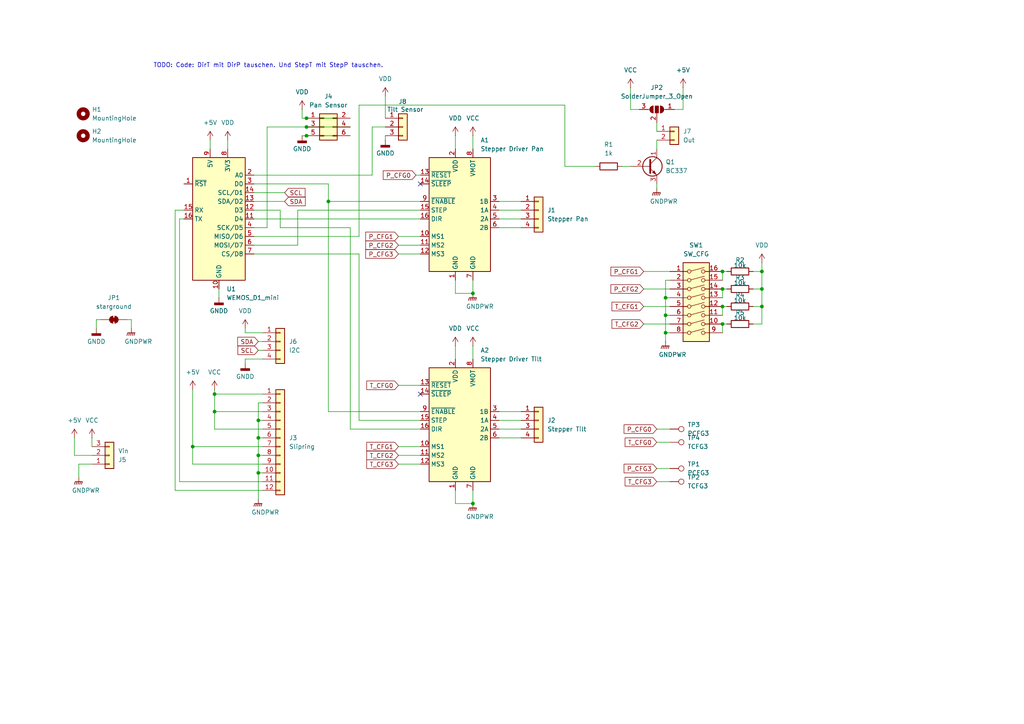
<source format=kicad_sch>
(kicad_sch (version 20231120) (generator "eeschema") (generator_version "8.0")
  (paper "A4")
  (lib_symbols
    (symbol "Connector:TestPoint" (pin_numbers hide) (pin_names (offset 0.762) hide)
      (property "Reference" "TP" (at 0 6.858 0))
      (property "Value" "TestPoint" (at 0 5.08 0))
      (symbol "TestPoint_0_1"
        (circle (center 0 3.302) (radius 0.762))
      )
      (symbol "TestPoint_1_1"
        (pin passive line (at 0 0 90) (length 2.54) (name "1") (number "1"))
      )
    )
    (symbol "Connector_Generic:Conn_01x02" (pin_names (offset 1.016) hide)
      (property "Reference" "J" (at 0 2.54 0))
      (property "Value" "Conn_01x02" (at 0 -5.08 0))
      (symbol "Conn_01x02_1_1"
        (rectangle (start -1.27 -2.413) (end 0 -2.667) (stroke (width 0.1524)))
        (rectangle (start -1.27 0.127) (end 0 -0.127) (stroke (width 0.1524)))
        (rectangle (start -1.27 1.27) (end 1.27 -3.81) (stroke (width 0.254)) (fill (type background)))
        (pin passive line (at -5.08 0 0) (length 3.81) (name "Pin_1") (number "1"))
        (pin passive line (at -5.08 -2.54 0) (length 3.81) (name "Pin_2") (number "2"))
      )
    )
    (symbol "Connector_Generic:Conn_01x03" (pin_names (offset 1.016) hide)
      (property "Reference" "J" (at 0 5.08 0))
      (property "Value" "Conn_01x03" (at 0 -5.08 0))
      (symbol "Conn_01x03_1_1"
        (rectangle (start -1.27 -2.413) (end 0 -2.667) (stroke (width 0.1524)))
        (rectangle (start -1.27 0.127) (end 0 -0.127) (stroke (width 0.1524)))
        (rectangle (start -1.27 2.667) (end 0 2.413) (stroke (width 0.1524)))
        (rectangle (start -1.27 3.81) (end 1.27 -3.81) (stroke (width 0.254)) (fill (type background)))
        (pin passive line (at -5.08 2.54 0) (length 3.81) (name "Pin_1") (number "1"))
        (pin passive line (at -5.08 0 0) (length 3.81) (name "Pin_2") (number "2"))
        (pin passive line (at -5.08 -2.54 0) (length 3.81) (name "Pin_3") (number "3"))
      )
    )
    (symbol "Connector_Generic:Conn_01x04" (pin_names (offset 1.016) hide)
      (property "Reference" "J" (at 0 5.08 0))
      (property "Value" "Conn_01x04" (at 0 -7.62 0))
      (symbol "Conn_01x04_1_1"
        (rectangle (start -1.27 -4.953) (end 0 -5.207) (stroke (width 0.1524)))
        (rectangle (start -1.27 -2.413) (end 0 -2.667) (stroke (width 0.1524)))
        (rectangle (start -1.27 0.127) (end 0 -0.127) (stroke (width 0.1524)))
        (rectangle (start -1.27 2.667) (end 0 2.413) (stroke (width 0.1524)))
        (rectangle (start -1.27 3.81) (end 1.27 -6.35) (stroke (width 0.254)) (fill (type background)))
        (pin passive line (at -5.08 2.54 0) (length 3.81) (name "Pin_1") (number "1"))
        (pin passive line (at -5.08 0 0) (length 3.81) (name "Pin_2") (number "2"))
        (pin passive line (at -5.08 -2.54 0) (length 3.81) (name "Pin_3") (number "3"))
        (pin passive line (at -5.08 -5.08 0) (length 3.81) (name "Pin_4") (number "4"))
      )
    )
    (symbol "Connector_Generic:Conn_01x12" (pin_names (offset 1.016) hide)
      (property "Reference" "J" (at 0 15.24 0))
      (property "Value" "Conn_01x12" (at 0 -17.78 0))
      (symbol "Conn_01x12_1_1"
        (rectangle (start -1.27 -15.113) (end 0 -15.367) (stroke (width 0.1524)))
        (rectangle (start -1.27 -12.573) (end 0 -12.827) (stroke (width 0.1524)))
        (rectangle (start -1.27 -10.033) (end 0 -10.287) (stroke (width 0.1524)))
        (rectangle (start -1.27 -7.493) (end 0 -7.747) (stroke (width 0.1524)))
        (rectangle (start -1.27 -4.953) (end 0 -5.207) (stroke (width 0.1524)))
        (rectangle (start -1.27 -2.413) (end 0 -2.667) (stroke (width 0.1524)))
        (rectangle (start -1.27 0.127) (end 0 -0.127) (stroke (width 0.1524)))
        (rectangle (start -1.27 2.667) (end 0 2.413) (stroke (width 0.1524)))
        (rectangle (start -1.27 5.207) (end 0 4.953) (stroke (width 0.1524)))
        (rectangle (start -1.27 7.747) (end 0 7.493) (stroke (width 0.1524)))
        (rectangle (start -1.27 10.287) (end 0 10.033) (stroke (width 0.1524)))
        (rectangle (start -1.27 12.827) (end 0 12.573) (stroke (width 0.1524)))
        (rectangle (start -1.27 13.97) (end 1.27 -16.51) (stroke (width 0.254)) (fill (type background)))
        (pin passive line (at -5.08 12.7 0) (length 3.81) (name "Pin_1") (number "1"))
        (pin passive line (at -5.08 -10.16 0) (length 3.81) (name "Pin_10") (number "10"))
        (pin passive line (at -5.08 -12.7 0) (length 3.81) (name "Pin_11") (number "11"))
        (pin passive line (at -5.08 -15.24 0) (length 3.81) (name "Pin_12") (number "12"))
        (pin passive line (at -5.08 10.16 0) (length 3.81) (name "Pin_2") (number "2"))
        (pin passive line (at -5.08 7.62 0) (length 3.81) (name "Pin_3") (number "3"))
        (pin passive line (at -5.08 5.08 0) (length 3.81) (name "Pin_4") (number "4"))
        (pin passive line (at -5.08 2.54 0) (length 3.81) (name "Pin_5") (number "5"))
        (pin passive line (at -5.08 0 0) (length 3.81) (name "Pin_6") (number "6"))
        (pin passive line (at -5.08 -2.54 0) (length 3.81) (name "Pin_7") (number "7"))
        (pin passive line (at -5.08 -5.08 0) (length 3.81) (name "Pin_8") (number "8"))
        (pin passive line (at -5.08 -7.62 0) (length 3.81) (name "Pin_9") (number "9"))
      )
    )
    (symbol "Connector_Generic:Conn_02x03_Odd_Even" (pin_names (offset 1.016) hide)
      (property "Reference" "J" (at 1.27 5.08 0))
      (property "Value" "Conn_02x03_Odd_Even" (at 1.27 -5.08 0))
      (symbol "Conn_02x03_Odd_Even_1_1"
        (rectangle (start -1.27 -2.413) (end 0 -2.667) (stroke (width 0.1524)))
        (rectangle (start -1.27 0.127) (end 0 -0.127) (stroke (width 0.1524)))
        (rectangle (start -1.27 2.667) (end 0 2.413) (stroke (width 0.1524)))
        (rectangle (start -1.27 3.81) (end 3.81 -3.81) (stroke (width 0.254)) (fill (type background)))
        (rectangle (start 3.81 -2.413) (end 2.54 -2.667) (stroke (width 0.1524)))
        (rectangle (start 3.81 0.127) (end 2.54 -0.127) (stroke (width 0.1524)))
        (rectangle (start 3.81 2.667) (end 2.54 2.413) (stroke (width 0.1524)))
        (pin passive line (at -5.08 2.54 0) (length 3.81) (name "Pin_1") (number "1"))
        (pin passive line (at 7.62 2.54 180) (length 3.81) (name "Pin_2") (number "2"))
        (pin passive line (at -5.08 0 0) (length 3.81) (name "Pin_3") (number "3"))
        (pin passive line (at 7.62 0 180) (length 3.81) (name "Pin_4") (number "4"))
        (pin passive line (at -5.08 -2.54 0) (length 3.81) (name "Pin_5") (number "5"))
        (pin passive line (at 7.62 -2.54 180) (length 3.81) (name "Pin_6") (number "6"))
      )
    )
    (symbol "Device:R" (pin_numbers hide) (pin_names (offset 0))
      (property "Reference" "R" (at 2.032 0 90))
      (property "Value" "R" (at 0 0 90))
      (symbol "R_0_1"
        (rectangle (start -1.016 -2.54) (end 1.016 2.54) (stroke (width 0.254)))
      )
      (symbol "R_1_1"
        (pin passive line (at 0 3.81 270) (length 1.27) (name "~") (number "1"))
        (pin passive line (at 0 -3.81 90) (length 1.27) (name "~") (number "2"))
      )
    )
    (symbol "Driver_Motor:Pololu_Breakout_A4988"
      (property "Reference" "A" (at -2.54 19.05 0))
      (property "Value" "Pololu_Breakout_A4988" (at -2.54 16.51 0))
      (symbol "Pololu_Breakout_A4988_0_1"
        (rectangle (start 10.16 -17.78) (end -7.62 15.24) (stroke (width 0.254)) (fill (type background)))
      )
      (symbol "Pololu_Breakout_A4988_1_1"
        (pin power_in line (at 0 -20.32 90) (length 2.54) (name "GND") (number "1"))
        (pin input line (at -10.16 -7.62 0) (length 2.54) (name "MS1") (number "10"))
        (pin input line (at -10.16 -10.16 0) (length 2.54) (name "MS2") (number "11"))
        (pin input line (at -10.16 -12.7 0) (length 2.54) (name "MS3") (number "12"))
        (pin input line (at -10.16 10.16 0) (length 2.54) (name "~{RESET}") (number "13"))
        (pin input line (at -10.16 7.62 0) (length 2.54) (name "~{SLEEP}") (number "14"))
        (pin input line (at -10.16 0 0) (length 2.54) (name "STEP") (number "15"))
        (pin input line (at -10.16 -2.54 0) (length 2.54) (name "DIR") (number "16"))
        (pin power_in line (at 0 17.78 270) (length 2.54) (name "VDD") (number "2"))
        (pin output line (at 12.7 2.54 180) (length 2.54) (name "1B") (number "3"))
        (pin output line (at 12.7 0 180) (length 2.54) (name "1A") (number "4"))
        (pin output line (at 12.7 -2.54 180) (length 2.54) (name "2A") (number "5"))
        (pin output line (at 12.7 -5.08 180) (length 2.54) (name "2B") (number "6"))
        (pin power_in line (at 5.08 -20.32 90) (length 2.54) (name "GND") (number "7"))
        (pin power_in line (at 5.08 17.78 270) (length 2.54) (name "VMOT") (number "8"))
        (pin input line (at -10.16 2.54 0) (length 2.54) (name "~{ENABLE}") (number "9"))
      )
    )
    (symbol "Jumper:SolderJumper_2_Bridged" (pin_numbers hide) (pin_names (offset 0) hide) (exclude_from_sim yes) (in_bom no)
      (property "Reference" "JP" (at 0 2.032 0))
      (property "Value" "SolderJumper_2_Bridged" (at 0 -2.54 0))
      (symbol "SolderJumper_2_Bridged_0_1"
        (rectangle (start -0.508 0.508) (end 0.508 -0.508) (fill (type outline)))
        (arc (start -0.254 1.016) (mid -1.2656 0) (end -0.254 -1.016))
        (arc (start -0.254 1.016) (mid -1.2656 0) (end -0.254 -1.016) (fill (type outline)))
        (polyline (pts (xy -0.254 1.016) (xy -0.254 -1.016)))
        (polyline (pts (xy 0.254 1.016) (xy 0.254 -1.016)))
        (arc (start 0.254 -1.016) (mid 1.2656 0) (end 0.254 1.016))
        (arc (start 0.254 -1.016) (mid 1.2656 0) (end 0.254 1.016) (fill (type outline)))
      )
      (symbol "SolderJumper_2_Bridged_1_1"
        (pin passive line (at -3.81 0 0) (length 2.54) (name "A") (number "1"))
        (pin passive line (at 3.81 0 180) (length 2.54) (name "B") (number "2"))
      )
    )
    (symbol "Jumper:SolderJumper_3_Open" (pin_names (offset 0) hide) (exclude_from_sim yes) (in_bom no)
      (property "Reference" "JP" (at -2.54 -2.54 0))
      (property "Value" "SolderJumper_3_Open" (at 0 2.794 0))
      (symbol "SolderJumper_3_Open_0_1"
        (arc (start -1.016 1.016) (mid -2.0276 0) (end -1.016 -1.016))
        (arc (start -1.016 1.016) (mid -2.0276 0) (end -1.016 -1.016) (fill (type outline)))
        (rectangle (start -0.508 1.016) (end 0.508 -1.016) (fill (type outline)))
        (polyline (pts (xy -2.54 0) (xy -2.032 0)))
        (polyline (pts (xy -1.016 1.016) (xy -1.016 -1.016)))
        (polyline (pts (xy 0 -1.27) (xy 0 -1.016)))
        (polyline (pts (xy 1.016 1.016) (xy 1.016 -1.016)))
        (polyline (pts (xy 2.54 0) (xy 2.032 0)))
        (arc (start 1.016 -1.016) (mid 2.0276 0) (end 1.016 1.016))
        (arc (start 1.016 -1.016) (mid 2.0276 0) (end 1.016 1.016) (fill (type outline)))
      )
      (symbol "SolderJumper_3_Open_1_1"
        (pin passive line (at -5.08 0 0) (length 2.54) (name "A") (number "1"))
        (pin passive line (at 0 -3.81 90) (length 2.54) (name "C") (number "2"))
        (pin passive line (at 5.08 0 180) (length 2.54) (name "B") (number "3"))
      )
    )
    (symbol "Mechanical:MountingHole" (pin_names (offset 1.016)) (exclude_from_sim yes) (in_bom no)
      (property "Reference" "H" (at 0 5.08 0))
      (property "Value" "MountingHole" (at 0 3.175 0))
      (symbol "MountingHole_0_1"
        (circle (center 0 0) (radius 1.27) (stroke (width 1.27)))
      )
    )
    (symbol "RF_Module:WEMOS_D1_mini"
      (property "Reference" "U" (at 3.81 19.05 0))
      (property "Value" "WEMOS_D1_mini" (at 1.27 -19.05 0))
      (symbol "WEMOS_D1_mini_1_1"
        (rectangle (start -7.62 17.78) (end 7.62 -17.78) (stroke (width 0.254)) (fill (type background)))
        (pin input line (at -10.16 10.16 0) (length 2.54) (name "~{RST}") (number "1"))
        (pin power_in line (at 0 -20.32 90) (length 2.54) (name "GND") (number "10"))
        (pin bidirectional line (at 10.16 0 180) (length 2.54) (name "D4") (number "11"))
        (pin bidirectional line (at 10.16 2.54 180) (length 2.54) (name "D3") (number "12"))
        (pin bidirectional line (at 10.16 5.08 180) (length 2.54) (name "SDA/D2") (number "13"))
        (pin bidirectional line (at 10.16 7.62 180) (length 2.54) (name "SCL/D1") (number "14"))
        (pin input line (at -10.16 2.54 0) (length 2.54) (name "RX") (number "15"))
        (pin output line (at -10.16 0 0) (length 2.54) (name "TX") (number "16"))
        (pin input line (at 10.16 12.7 180) (length 2.54) (name "A0") (number "2"))
        (pin bidirectional line (at 10.16 10.16 180) (length 2.54) (name "D0") (number "3"))
        (pin bidirectional line (at 10.16 -2.54 180) (length 2.54) (name "SCK/D5") (number "4"))
        (pin bidirectional line (at 10.16 -5.08 180) (length 2.54) (name "MISO/D6") (number "5"))
        (pin bidirectional line (at 10.16 -7.62 180) (length 2.54) (name "MOSI/D7") (number "6"))
        (pin bidirectional line (at 10.16 -10.16 180) (length 2.54) (name "CS/D8") (number "7"))
        (pin power_out line (at 2.54 20.32 270) (length 2.54) (name "3V3") (number "8"))
        (pin power_in line (at -2.54 20.32 270) (length 2.54) (name "5V") (number "9"))
      )
    )
    (symbol "Switch:SW_DIP_x08" (pin_names (offset 0) hide)
      (property "Reference" "SW" (at 0 13.97 0))
      (property "Value" "SW_DIP_x08" (at 0 -11.43 0))
      (symbol "SW_DIP_x08_0_0"
        (circle (center -2.032 -7.62) (radius 0.508))
        (circle (center -2.032 -5.08) (radius 0.508))
        (circle (center -2.032 -2.54) (radius 0.508))
        (circle (center -2.032 0) (radius 0.508))
        (circle (center -2.032 2.54) (radius 0.508))
        (circle (center -2.032 5.08) (radius 0.508))
        (circle (center -2.032 7.62) (radius 0.508))
        (circle (center -2.032 10.16) (radius 0.508))
        (polyline (pts (xy -1.524 -7.4676) (xy 2.3622 -6.4262)))
        (polyline (pts (xy -1.524 -4.9276) (xy 2.3622 -3.8862)))
        (polyline (pts (xy -1.524 -2.3876) (xy 2.3622 -1.3462)))
        (polyline (pts (xy -1.524 0.127) (xy 2.3622 1.1684)))
        (polyline (pts (xy -1.524 2.667) (xy 2.3622 3.7084)))
        (polyline (pts (xy -1.524 5.207) (xy 2.3622 6.2484)))
        (polyline (pts (xy -1.524 7.747) (xy 2.3622 8.7884)))
        (polyline (pts (xy -1.524 10.287) (xy 2.3622 11.3284)))
        (circle (center 2.032 -7.62) (radius 0.508))
        (circle (center 2.032 -5.08) (radius 0.508))
        (circle (center 2.032 -2.54) (radius 0.508))
        (circle (center 2.032 0) (radius 0.508))
        (circle (center 2.032 2.54) (radius 0.508))
        (circle (center 2.032 5.08) (radius 0.508))
        (circle (center 2.032 7.62) (radius 0.508))
        (circle (center 2.032 10.16) (radius 0.508))
      )
      (symbol "SW_DIP_x08_0_1"
        (rectangle (start -3.81 12.7) (end 3.81 -10.16) (stroke (width 0.254)) (fill (type background)))
      )
      (symbol "SW_DIP_x08_1_1"
        (pin passive line (at -7.62 10.16 0) (length 5.08) (name "~") (number "1"))
        (pin passive line (at 7.62 -5.08 180) (length 5.08) (name "~") (number "10"))
        (pin passive line (at 7.62 -2.54 180) (length 5.08) (name "~") (number "11"))
        (pin passive line (at 7.62 0 180) (length 5.08) (name "~") (number "12"))
        (pin passive line (at 7.62 2.54 180) (length 5.08) (name "~") (number "13"))
        (pin passive line (at 7.62 5.08 180) (length 5.08) (name "~") (number "14"))
        (pin passive line (at 7.62 7.62 180) (length 5.08) (name "~") (number "15"))
        (pin passive line (at 7.62 10.16 180) (length 5.08) (name "~") (number "16"))
        (pin passive line (at -7.62 7.62 0) (length 5.08) (name "~") (number "2"))
        (pin passive line (at -7.62 5.08 0) (length 5.08) (name "~") (number "3"))
        (pin passive line (at -7.62 2.54 0) (length 5.08) (name "~") (number "4"))
        (pin passive line (at -7.62 0 0) (length 5.08) (name "~") (number "5"))
        (pin passive line (at -7.62 -2.54 0) (length 5.08) (name "~") (number "6"))
        (pin passive line (at -7.62 -5.08 0) (length 5.08) (name "~") (number "7"))
        (pin passive line (at -7.62 -7.62 0) (length 5.08) (name "~") (number "8"))
        (pin passive line (at 7.62 -7.62 180) (length 5.08) (name "~") (number "9"))
      )
    )
    (symbol "Transistor_BJT:BC337" (pin_names (offset 0) hide)
      (property "Reference" "Q" (at 5.08 1.905 0))
      (property "Value" "BC337" (at 5.08 0 0))
      (symbol "BC337_0_1"
        (polyline (pts (xy 0 0) (xy 0.635 0)))
        (polyline (pts (xy 0.635 0.635) (xy 2.54 2.54)))
        (polyline (pts (xy 0.635 -0.635) (xy 2.54 -2.54) (xy 2.54 -2.54)))
        (polyline (pts (xy 0.635 1.905) (xy 0.635 -1.905) (xy 0.635 -1.905)) (stroke (width 0.508)))
        (polyline (pts (xy 1.27 -1.778) (xy 1.778 -1.27) (xy 2.286 -2.286) (xy 1.27 -1.778) (xy 1.27 -1.778)) (fill (type outline)))
        (circle (center 1.27 0) (radius 2.8194) (stroke (width 0.254)))
      )
      (symbol "BC337_1_1"
        (pin passive line (at 2.54 5.08 270) (length 2.54) (name "C") (number "1"))
        (pin input line (at -5.08 0 0) (length 5.08) (name "B") (number "2"))
        (pin passive line (at 2.54 -5.08 90) (length 2.54) (name "E") (number "3"))
      )
    )
    (symbol "power:+5V" (power) (pin_numbers hide) (pin_names (offset 0) hide)
      (property "Value" "+5V" (at 0 3.556 0))
      (symbol "+5V_0_1"
        (polyline (pts (xy -0.762 1.27) (xy 0 2.54)))
        (polyline (pts (xy 0 0) (xy 0 2.54)))
        (polyline (pts (xy 0 2.54) (xy 0.762 1.27)))
      )
      (symbol "+5V_1_1"
        (pin power_in line (at 0 0 90) (length 0) (name "~") (number "1"))
      )
    )
    (symbol "power:GNDD" (power) (pin_numbers hide) (pin_names (offset 0) hide)
      (property "Value" "GNDD" (at 0 -3.175 0))
      (symbol "GNDD_0_1"
        (rectangle (start -1.27 -1.524) (end 1.27 -2.032) (stroke (width 0.254)) (fill (type outline)))
        (polyline (pts (xy 0 0) (xy 0 -1.524)))
      )
      (symbol "GNDD_1_1"
        (pin power_in line (at 0 0 270) (length 0) (name "~") (number "1"))
      )
    )
    (symbol "power:GNDPWR" (power) (pin_numbers hide) (pin_names (offset 0) hide)
      (property "Value" "GNDPWR" (at 0 -3.302 0))
      (symbol "GNDPWR_0_1"
        (polyline (pts (xy 0 -1.27) (xy 0 0)))
        (polyline (pts (xy -1.016 -1.27) (xy -1.27 -2.032) (xy -1.27 -2.032)) (stroke (width 0.2032)))
        (polyline (pts (xy -0.508 -1.27) (xy -0.762 -2.032) (xy -0.762 -2.032)) (stroke (width 0.2032)))
        (polyline (pts (xy 0 -1.27) (xy -0.254 -2.032) (xy -0.254 -2.032)) (stroke (width 0.2032)))
        (polyline (pts (xy 0.508 -1.27) (xy 0.254 -2.032) (xy 0.254 -2.032)) (stroke (width 0.2032)))
        (polyline (pts (xy 1.016 -1.27) (xy -1.016 -1.27) (xy -1.016 -1.27)) (stroke (width 0.2032)))
        (polyline (pts (xy 1.016 -1.27) (xy 0.762 -2.032) (xy 0.762 -2.032) (xy 0.762 -2.032)) (stroke (width 0.2032)))
      )
      (symbol "GNDPWR_1_1"
        (pin power_in line (at 0 0 270) (length 0) (name "~") (number "1"))
      )
    )
    (symbol "power:VCC" (power) (pin_numbers hide) (pin_names (offset 0) hide)
      (property "Value" "VCC" (at 0 3.556 0))
      (symbol "VCC_0_1"
        (polyline (pts (xy -0.762 1.27) (xy 0 2.54)))
        (polyline (pts (xy 0 0) (xy 0 2.54)))
        (polyline (pts (xy 0 2.54) (xy 0.762 1.27)))
      )
      (symbol "VCC_1_1"
        (pin power_in line (at 0 0 90) (length 0) (name "~") (number "1"))
      )
    )
    (symbol "power:VDD" (power) (pin_numbers hide) (pin_names (offset 0) hide)
      (property "Value" "VDD" (at 0 3.556 0))
      (symbol "VDD_0_1"
        (polyline (pts (xy -0.762 1.27) (xy 0 2.54)))
        (polyline (pts (xy 0 0) (xy 0 2.54)))
        (polyline (pts (xy 0 2.54) (xy 0.762 1.27)))
      )
      (symbol "VDD_1_1"
        (pin power_in line (at 0 0 90) (length 0) (name "~") (number "1"))
      )
    )
  )
  (junction (at 62.23 119.38))
  (junction (at 193.04 86.36))
  (junction (at 88.9 34.29))
  (junction (at 209.55 88.9))
  (junction (at 74.93 121.92))
  (junction (at 74.93 127))
  (junction (at 55.88 129.54))
  (junction (at 220.98 88.9))
  (junction (at 209.55 93.98))
  (junction (at 95.25 58.42))
  (junction (at 62.23 114.3))
  (junction (at 209.55 78.74))
  (junction (at 88.9 36.83))
  (junction (at 74.93 137.16))
  (junction (at 137.16 85.09))
  (junction (at 220.98 78.74))
  (junction (at 74.93 132.08))
  (junction (at 88.9 39.37))
  (junction (at 193.04 96.52))
  (junction (at 137.16 146.05))
  (junction (at 209.55 83.82))
  (junction (at 220.98 83.82))
  (junction (at 193.04 91.44))
  (no_connect (at 121.92 53.34))
  (no_connect (at 121.92 114.3))
  (wire (pts (xy 132.08 100.33) (xy 132.08 104.14)))
  (wire (pts (xy 62.23 113.03) (xy 62.23 114.3)))
  (wire (pts (xy 209.55 78.74) (xy 210.82 78.74)))
  (wire (pts (xy 115.57 111.76) (xy 121.92 111.76)))
  (wire (pts (xy 190.5 53.34) (xy 190.5 54.61)))
  (wire (pts (xy 74.93 116.84) (xy 74.93 121.92)))
  (wire (pts (xy 73.66 71.12) (xy 86.36 71.12)))
  (wire (pts (xy 121.92 60.96) (xy 86.36 60.96)))
  (wire (pts (xy 115.57 129.54) (xy 121.92 129.54)))
  (wire (pts (xy 144.78 119.38) (xy 151.13 119.38)))
  (wire (pts (xy 144.78 60.96) (xy 151.13 60.96)))
  (wire (pts (xy 190.5 35.56) (xy 190.5 38.1)))
  (wire (pts (xy 137.16 100.33) (xy 137.16 104.14)))
  (wire (pts (xy 77.47 66.04) (xy 77.47 36.83)))
  (wire (pts (xy 186.69 93.98) (xy 194.31 93.98)))
  (wire (pts (xy 73.66 73.66) (xy 104.14 73.66)))
  (wire (pts (xy 193.04 86.36) (xy 194.31 86.36)))
  (wire (pts (xy 132.08 81.28) (xy 132.08 85.09)))
  (wire (pts (xy 218.44 88.9) (xy 220.98 88.9)))
  (wire (pts (xy 27.94 92.71) (xy 29.21 92.71)))
  (wire (pts (xy 115.57 73.66) (xy 121.92 73.66)))
  (wire (pts (xy 74.93 137.16) (xy 76.2 137.16)))
  (wire (pts (xy 74.93 101.6) (xy 76.2 101.6)))
  (wire (pts (xy 104.14 30.48) (xy 104.14 68.58)))
  (wire (pts (xy 137.16 142.24) (xy 137.16 146.05)))
  (wire (pts (xy 144.78 66.04) (xy 151.13 66.04)))
  (wire (pts (xy 76.2 96.52) (xy 71.12 96.52)))
  (wire (pts (xy 73.66 53.34) (xy 95.25 53.34)))
  (wire (pts (xy 209.55 93.98) (xy 210.82 93.98)))
  (wire (pts (xy 190.5 40.64) (xy 190.5 43.18)))
  (wire (pts (xy 144.78 127) (xy 151.13 127)))
  (wire (pts (xy 81.28 60.96) (xy 73.66 60.96)))
  (wire (pts (xy 74.93 132.08) (xy 76.2 132.08)))
  (wire (pts (xy 209.55 88.9) (xy 210.82 88.9)))
  (wire (pts (xy 52.07 63.5) (xy 52.07 139.7)))
  (wire (pts (xy 21.59 132.08) (xy 21.59 127)))
  (wire (pts (xy 88.9 39.37) (xy 101.6 39.37)))
  (wire (pts (xy 186.69 78.74) (xy 194.31 78.74)))
  (wire (pts (xy 209.55 93.98) (xy 209.55 96.52)))
  (wire (pts (xy 107.95 36.83) (xy 107.95 50.8)))
  (wire (pts (xy 76.2 116.84) (xy 74.93 116.84)))
  (wire (pts (xy 195.58 31.75) (xy 198.12 31.75)))
  (wire (pts (xy 62.23 114.3) (xy 76.2 114.3)))
  (wire (pts (xy 101.6 124.46) (xy 101.6 66.04)))
  (wire (pts (xy 104.14 68.58) (xy 73.66 68.58)))
  (wire (pts (xy 132.08 146.05) (xy 137.16 146.05)))
  (wire (pts (xy 137.16 81.28) (xy 137.16 85.09)))
  (wire (pts (xy 193.04 91.44) (xy 193.04 86.36)))
  (wire (pts (xy 95.25 58.42) (xy 121.92 58.42)))
  (wire (pts (xy 26.67 127) (xy 26.67 129.54)))
  (wire (pts (xy 193.04 99.06) (xy 193.04 96.52)))
  (wire (pts (xy 55.88 113.03) (xy 55.88 129.54)))
  (wire (pts (xy 218.44 83.82) (xy 220.98 83.82)))
  (wire (pts (xy 87.63 34.29) (xy 88.9 34.29)))
  (wire (pts (xy 53.34 63.5) (xy 52.07 63.5)))
  (wire (pts (xy 144.78 121.92) (xy 151.13 121.92)))
  (wire (pts (xy 163.83 30.48) (xy 104.14 30.48)))
  (wire (pts (xy 209.55 78.74) (xy 209.55 81.28)))
  (wire (pts (xy 95.25 53.34) (xy 95.25 58.42)))
  (wire (pts (xy 71.12 96.52) (xy 71.12 95.25)))
  (wire (pts (xy 74.93 132.08) (xy 74.93 137.16)))
  (wire (pts (xy 198.12 31.75) (xy 198.12 25.4)))
  (wire (pts (xy 76.2 104.14) (xy 71.12 104.14)))
  (wire (pts (xy 190.5 124.46) (xy 194.31 124.46)))
  (wire (pts (xy 87.63 31.75) (xy 87.63 34.29)))
  (wire (pts (xy 132.08 142.24) (xy 132.08 146.05)))
  (wire (pts (xy 115.57 71.12) (xy 121.92 71.12)))
  (wire (pts (xy 26.67 132.08) (xy 21.59 132.08)))
  (wire (pts (xy 38.1 92.71) (xy 38.1 95.25)))
  (wire (pts (xy 74.93 99.06) (xy 76.2 99.06)))
  (wire (pts (xy 111.76 39.37) (xy 111.76 40.64)))
  (wire (pts (xy 55.88 129.54) (xy 76.2 129.54)))
  (wire (pts (xy 86.36 71.12) (xy 86.36 60.96)))
  (wire (pts (xy 132.08 39.37) (xy 132.08 43.18)))
  (wire (pts (xy 193.04 91.44) (xy 194.31 91.44)))
  (wire (pts (xy 76.2 124.46) (xy 62.23 124.46)))
  (wire (pts (xy 193.04 96.52) (xy 193.04 91.44)))
  (wire (pts (xy 121.92 124.46) (xy 101.6 124.46)))
  (wire (pts (xy 71.12 104.14) (xy 71.12 105.41)))
  (wire (pts (xy 55.88 134.62) (xy 76.2 134.62)))
  (wire (pts (xy 172.72 48.26) (xy 163.83 48.26)))
  (wire (pts (xy 36.83 92.71) (xy 38.1 92.71)))
  (wire (pts (xy 137.16 39.37) (xy 137.16 43.18)))
  (wire (pts (xy 104.14 73.66) (xy 104.14 121.92)))
  (wire (pts (xy 27.94 95.25) (xy 27.94 92.71)))
  (wire (pts (xy 104.14 121.92) (xy 121.92 121.92)))
  (wire (pts (xy 87.63 39.37) (xy 88.9 39.37)))
  (wire (pts (xy 95.25 119.38) (xy 95.25 58.42)))
  (wire (pts (xy 220.98 76.2) (xy 220.98 78.74)))
  (wire (pts (xy 73.66 58.42) (xy 82.55 58.42)))
  (wire (pts (xy 111.76 36.83) (xy 107.95 36.83)))
  (wire (pts (xy 209.55 83.82) (xy 210.82 83.82)))
  (wire (pts (xy 50.8 60.96) (xy 53.34 60.96)))
  (wire (pts (xy 209.55 88.9) (xy 209.55 91.44)))
  (wire (pts (xy 220.98 78.74) (xy 220.98 83.82)))
  (wire (pts (xy 115.57 134.62) (xy 121.92 134.62)))
  (wire (pts (xy 186.69 83.82) (xy 194.31 83.82)))
  (wire (pts (xy 190.5 128.27) (xy 194.31 128.27)))
  (wire (pts (xy 163.83 48.26) (xy 163.83 30.48)))
  (wire (pts (xy 66.04 40.64) (xy 66.04 43.18)))
  (wire (pts (xy 26.67 134.62) (xy 22.86 134.62)))
  (wire (pts (xy 74.93 121.92) (xy 76.2 121.92)))
  (wire (pts (xy 88.9 36.83) (xy 101.6 36.83)))
  (wire (pts (xy 144.78 63.5) (xy 151.13 63.5)))
  (wire (pts (xy 81.28 66.04) (xy 81.28 60.96)))
  (wire (pts (xy 193.04 81.28) (xy 194.31 81.28)))
  (wire (pts (xy 95.25 119.38) (xy 121.92 119.38)))
  (wire (pts (xy 55.88 129.54) (xy 55.88 134.62)))
  (wire (pts (xy 52.07 139.7) (xy 76.2 139.7)))
  (wire (pts (xy 62.23 124.46) (xy 62.23 119.38)))
  (wire (pts (xy 120.65 50.8) (xy 121.92 50.8)))
  (wire (pts (xy 209.55 83.82) (xy 209.55 86.36)))
  (wire (pts (xy 63.5 83.82) (xy 63.5 86.36)))
  (wire (pts (xy 180.34 48.26) (xy 182.88 48.26)))
  (wire (pts (xy 182.88 31.75) (xy 185.42 31.75)))
  (wire (pts (xy 220.98 88.9) (xy 220.98 93.98)))
  (wire (pts (xy 74.93 137.16) (xy 74.93 144.78)))
  (wire (pts (xy 50.8 142.24) (xy 50.8 60.96)))
  (wire (pts (xy 73.66 55.88) (xy 82.55 55.88)))
  (wire (pts (xy 74.93 127) (xy 74.93 132.08)))
  (wire (pts (xy 186.69 88.9) (xy 194.31 88.9)))
  (wire (pts (xy 62.23 119.38) (xy 62.23 114.3)))
  (wire (pts (xy 193.04 96.52) (xy 194.31 96.52)))
  (wire (pts (xy 220.98 83.82) (xy 220.98 88.9)))
  (wire (pts (xy 77.47 36.83) (xy 88.9 36.83)))
  (wire (pts (xy 190.5 135.89) (xy 194.31 135.89)))
  (wire (pts (xy 115.57 68.58) (xy 121.92 68.58)))
  (wire (pts (xy 220.98 93.98) (xy 218.44 93.98)))
  (wire (pts (xy 74.93 127) (xy 76.2 127)))
  (wire (pts (xy 73.66 50.8) (xy 107.95 50.8)))
  (wire (pts (xy 144.78 58.42) (xy 151.13 58.42)))
  (wire (pts (xy 88.9 34.29) (xy 101.6 34.29)))
  (wire (pts (xy 60.96 40.64) (xy 60.96 43.18)))
  (wire (pts (xy 62.23 119.38) (xy 76.2 119.38)))
  (wire (pts (xy 111.76 27.94) (xy 111.76 34.29)))
  (wire (pts (xy 76.2 142.24) (xy 50.8 142.24)))
  (wire (pts (xy 74.93 121.92) (xy 74.93 127)))
  (wire (pts (xy 190.5 139.7) (xy 194.31 139.7)))
  (wire (pts (xy 193.04 86.36) (xy 193.04 81.28)))
  (wire (pts (xy 73.66 63.5) (xy 121.92 63.5)))
  (wire (pts (xy 132.08 85.09) (xy 137.16 85.09)))
  (wire (pts (xy 115.57 132.08) (xy 121.92 132.08)))
  (wire (pts (xy 22.86 134.62) (xy 22.86 138.43)))
  (wire (pts (xy 182.88 25.4) (xy 182.88 31.75)))
  (wire (pts (xy 144.78 124.46) (xy 151.13 124.46)))
  (wire (pts (xy 73.66 66.04) (xy 77.47 66.04)))
  (wire (pts (xy 218.44 78.74) (xy 220.98 78.74)))
  (wire (pts (xy 101.6 66.04) (xy 81.28 66.04)))
  (text "TODO: Code: DirT mit DirP tauschen. Und StepT mit StepP tauschen." (at 44.45 19.05 0) (effects (font (size 1.27 1.27)) (justify left)))
  (global_label "P_CFG3" (shape input) (at 190.5 135.89 180) (property "Intersheetrefs" "${INTERSHEET_REFS}" (effects (hide yes))))
  (global_label "P_CFG1" (shape input) (at 115.57 68.58 180) (property "Intersheetrefs" "${INTERSHEET_REFS}" (effects (hide yes))))
  (global_label "P_CFG3" (shape input) (at 115.57 73.66 180) (property "Intersheetrefs" "${INTERSHEET_REFS}" (effects (hide yes))))
  (global_label "T_CFG2" (shape input) (at 186.69 93.98 180) (property "Intersheetrefs" "${INTERSHEET_REFS}" (effects (hide yes))))
  (global_label "SCL" (shape input) (at 74.93 101.6 180) (property "Intersheetrefs" "${INTERSHEET_REFS}" (effects (hide yes))))
  (global_label "T_CFG2" (shape input) (at 115.57 132.08 180) (property "Intersheetrefs" "${INTERSHEET_REFS}" (effects (hide yes))))
  (global_label "P_CFG0" (shape input) (at 190.5 124.46 180) (property "Intersheetrefs" "${INTERSHEET_REFS}" (effects (hide yes))))
  (global_label "T_CFG0" (shape input) (at 115.57 111.76 180) (property "Intersheetrefs" "${INTERSHEET_REFS}" (effects (hide yes))))
  (global_label "T_CFG1" (shape input) (at 186.69 88.9 180) (property "Intersheetrefs" "${INTERSHEET_REFS}" (effects (hide yes))))
  (global_label "T_CFG0" (shape input) (at 190.5 128.27 180) (property "Intersheetrefs" "${INTERSHEET_REFS}" (effects (hide yes))))
  (global_label "SCL" (shape input) (at 82.55 55.88 0) (property "Intersheetrefs" "${INTERSHEET_REFS}" (effects (hide yes))))
  (global_label "P_CFG1" (shape input) (at 186.69 78.74 180) (property "Intersheetrefs" "${INTERSHEET_REFS}" (effects (hide yes))))
  (global_label "T_CFG3" (shape input) (at 115.57 134.62 180) (property "Intersheetrefs" "${INTERSHEET_REFS}" (effects (hide yes))))
  (global_label "T_CFG1" (shape input) (at 115.57 129.54 180) (property "Intersheetrefs" "${INTERSHEET_REFS}" (effects (hide yes))))
  (global_label "T_CFG3" (shape input) (at 190.5 139.7 180) (property "Intersheetrefs" "${INTERSHEET_REFS}" (effects (hide yes))))
  (global_label "P_CFG2" (shape input) (at 115.57 71.12 180) (property "Intersheetrefs" "${INTERSHEET_REFS}" (effects (hide yes))))
  (global_label "P_CFG0" (shape input) (at 120.65 50.8 180) (property "Intersheetrefs" "${INTERSHEET_REFS}" (effects (hide yes))))
  (global_label "SDA" (shape input) (at 82.55 58.42 0) (property "Intersheetrefs" "${INTERSHEET_REFS}" (effects (hide yes))))
  (global_label "SDA" (shape input) (at 74.93 99.06 180) (property "Intersheetrefs" "${INTERSHEET_REFS}" (effects (hide yes))))
  (global_label "P_CFG2" (shape input) (at 186.69 83.82 180) (property "Intersheetrefs" "${INTERSHEET_REFS}" (effects (hide yes))))
  (symbol (lib_id "Device:R") (at 214.63 88.9 90) (unit 1)
    (property "Reference" "R4" (at 214.63 85.598 90))
    (property "Value" "10k" (at 214.63 87.122 90))
    (property "Footprint" "Resistor_SMD:R_0805_2012Metric_Pad1.20x1.40mm_HandSolder" (effects (hide yes)))
    (property "Description" "Resistor" (effects (hide yes)))
  )
  (symbol (lib_id "power:VDD") (at 132.08 39.37 0) (unit 1)
    (property "Reference" "#PWR06" (effects (hide yes)))
    (property "Value" "VDD" (at 132.08 34.29 0))
    (property "Description" "Power symbol creates a global label with name \"VDD\"" (effects (hide yes)))
  )
  (symbol (lib_id "power:GNDPWR") (at 193.04 99.06 0) (unit 1)
    (property "Reference" "#PWR027" (effects (hide yes)))
    (property "Value" "GNDPWR" (at 195.072 102.87 0))
    (property "Description" "Power symbol creates a global label with name \"GNDPWR\" , global ground" (effects (hide yes)))
  )
  (symbol (lib_id "power:GNDPWR") (at 137.16 146.05 0) (unit 1)
    (property "Reference" "#PWR010" (effects (hide yes)))
    (property "Value" "GNDPWR" (at 139.192 149.86 0))
    (property "Description" "Power symbol creates a global label with name \"GNDPWR\" , global ground" (effects (hide yes)))
  )
  (symbol (lib_id "power:GNDD") (at 111.76 40.64 0) (unit 1)
    (property "Reference" "#PWR025" (effects (hide yes)))
    (property "Value" "GNDD" (at 111.76 44.45 0))
    (property "Description" "Power symbol creates a global label with name \"GNDD\" , digital ground" (effects (hide yes)))
  )
  (symbol (lib_id "power:VDD") (at 66.04 40.64 0) (unit 1)
    (property "Reference" "#PWR05" (effects (hide yes)))
    (property "Value" "VDD" (at 66.04 35.56 0))
    (property "Description" "Power symbol creates a global label with name \"VDD\"" (effects (hide yes)))
  )
  (symbol (lib_id "Connector_Generic:Conn_01x04") (at 156.21 121.92 0) (unit 1)
    (property "Reference" "J2" (at 158.75 121.9199 0) (effects (justify left)))
    (property "Value" "Stepper Tilt" (at 158.75 124.4599 0) (effects (justify left)))
    (property "Footprint" "Connector_Molex:Molex_PicoBlade_53261-0471_1x04-1MP_P1.25mm_Horizontal" (effects (hide yes)))
    (property "Description" "Generic connector, single row, 01x04, script generated (kicad-library-utils/schlib/autogen/connector/)" (effects (hide yes)))
  )
  (symbol (lib_id "power:+5V") (at 198.12 25.4 0) (unit 1)
    (property "Reference" "#PWR023" (effects (hide yes)))
    (property "Value" "+5V" (at 198.12 20.32 0))
    (property "Description" "Power symbol creates a global label with name \"+5V\"" (effects (hide yes)))
  )
  (symbol (lib_id "power:GNDD") (at 71.12 105.41 0) (unit 1)
    (property "Reference" "#PWR020" (effects (hide yes)))
    (property "Value" "GNDD" (at 71.12 109.22 0))
    (property "Description" "Power symbol creates a global label with name \"GNDD\" , digital ground" (effects (hide yes)))
  )
  (symbol (lib_id "Connector:TestPoint") (at 194.31 128.27 270) (unit 1)
    (property "Reference" "TP4" (at 199.39 126.9999 90) (effects (justify left)))
    (property "Value" "TCFG3" (at 199.39 129.5399 90) (effects (justify left)))
    (property "Footprint" "TestPoint:TestPoint_Pad_D1.0mm" (effects (hide yes)))
    (property "Description" "test point" (effects (hide yes)))
  )
  (symbol (lib_id "power:VDD") (at 111.76 27.94 0) (unit 1)
    (property "Reference" "#PWR026" (effects (hide yes)))
    (property "Value" "VDD" (at 111.76 22.86 0))
    (property "Description" "Power symbol creates a global label with name \"VDD\"" (effects (hide yes)))
  )
  (symbol (lib_id "Mechanical:MountingHole") (at 24.13 33.02 0) (unit 1) (exclude_from_sim yes) (in_bom no)
    (property "Reference" "H1" (at 26.67 31.7499 0) (effects (justify left)))
    (property "Value" "MountingHole" (at 26.67 34.2899 0) (effects (justify left)))
    (property "Footprint" "MountingHole:MountingHole_3.2mm_M3" (effects (hide yes)))
    (property "Description" "Mounting Hole without connection" (effects (hide yes)))
  )
  (symbol (lib_id "Jumper:SolderJumper_3_Open") (at 190.5 31.75 0) (mirror y) (unit 1) (exclude_from_sim yes) (in_bom no)
    (property "Reference" "JP2" (at 190.5 25.4 0))
    (property "Value" "SolderJumper_3_Open" (at 190.5 27.94 0))
    (property "Footprint" "Connector_PinHeader_2.54mm:PinHeader_1x03_P2.54mm_Horizontal" (effects (hide yes)))
    (property "Description" "Solder Jumper, 3-pole, open" (effects (hide yes)))
  )
  (symbol (lib_id "Device:R") (at 214.63 83.82 90) (unit 1)
    (property "Reference" "R3" (at 214.63 80.518 90))
    (property "Value" "10k" (at 214.63 82.042 90))
    (property "Footprint" "Resistor_SMD:R_0805_2012Metric_Pad1.20x1.40mm_HandSolder" (effects (hide yes)))
    (property "Description" "Resistor" (effects (hide yes)))
  )
  (symbol (lib_id "Device:R") (at 176.53 48.26 90) (unit 1)
    (property "Reference" "R1" (at 176.53 41.91 90))
    (property "Value" "1k" (at 176.53 44.45 90))
    (property "Footprint" "Resistor_SMD:R_0805_2012Metric_Pad1.20x1.40mm_HandSolder" (effects (hide yes)))
    (property "Description" "Resistor" (effects (hide yes)))
  )
  (symbol (lib_id "Transistor_BJT:BC337") (at 187.96 48.26 0) (unit 1)
    (property "Reference" "Q1" (at 193.04 46.9899 0) (effects (justify left)))
    (property "Value" "BC337" (at 193.04 49.5299 0) (effects (justify left)))
    (property "Footprint" "Package_TO_SOT_THT:TO-92_Inline" (effects (hide yes)))
    (property "Datasheet" "https://diotec.com/tl_files/diotec/files/pdf/datasheets/bc337.pdf" (effects (hide yes)))
    (property "Description" "0.8A Ic, 45V Vce, NPN Transistor, TO-92" (effects (hide yes)))
  )
  (symbol (lib_id "Connector_Generic:Conn_01x04") (at 81.28 99.06 0) (unit 1)
    (property "Reference" "J6" (at 83.82 99.0599 0) (effects (justify left)))
    (property "Value" "I2C" (at 83.82 101.5999 0) (effects (justify left)))
    (property "Footprint" "Connector_JST:JST_XH_S4B-XH-A-1_1x04_P2.50mm_Horizontal" (effects (hide yes)))
    (property "Description" "Generic connector, single row, 01x04, script generated (kicad-library-utils/schlib/autogen/connector/)" (effects (hide yes)))
  )
  (symbol (lib_id "power:GNDD") (at 87.63 39.37 0) (unit 1)
    (property "Reference" "#PWR011" (effects (hide yes)))
    (property "Value" "GNDD" (at 87.63 43.18 0))
    (property "Description" "Power symbol creates a global label with name \"GNDD\" , digital ground" (effects (hide yes)))
  )
  (symbol (lib_id "Connector_Generic:Conn_01x12") (at 81.28 127 0) (unit 1)
    (property "Reference" "J3" (at 83.82 126.9999 0) (effects (justify left)))
    (property "Value" "Slipring" (at 83.82 129.5399 0) (effects (justify left)))
    (property "Footprint" "Connector_Molex:Molex_PicoBlade_53261-1271_1x12-1MP_P1.25mm_Horizontal" (effects (hide yes)))
    (property "Description" "Generic connector, single row, 01x12, script generated (kicad-library-utils/schlib/autogen/connector/)" (effects (hide yes)))
  )
  (symbol (lib_id "Driver_Motor:Pololu_Breakout_A4988") (at 132.08 121.92 0) (unit 1)
    (property "Reference" "A2" (at 139.3541 101.6 0) (effects (justify left)))
    (property "Value" "Stepper Driver Tilt" (at 139.3541 104.14 0) (effects (justify left)))
    (property "Footprint" "Module:Pololu_Breakout-16_15.2x20.3mm" (effects (hide yes)))
    (property "Datasheet" "https://www.pololu.com/product/2980/pictures" (effects (hide yes)))
    (property "Description" "Pololu Breakout Board, Stepper Driver A4988" (effects (hide yes)))
  )
  (symbol (lib_id "Connector_Generic:Conn_01x03") (at 116.84 36.83 0) (unit 1)
    (property "Reference" "J8" (at 115.57 29.464 0) (effects (justify left)))
    (property "Value" "Tilt Sensor" (at 112.268 31.75 0) (effects (justify left)))
    (property "Footprint" "Connector_JST:JST_XH_S3B-XH-A-1_1x03_P2.50mm_Horizontal" (effects (hide yes)))
    (property "Description" "Generic connector, single row, 01x03, script generated (kicad-library-utils/schlib/autogen/connector/)" (effects (hide yes)))
  )
  (symbol (lib_id "Device:R") (at 214.63 93.98 90) (unit 1)
    (property "Reference" "R5" (at 214.63 90.678 90))
    (property "Value" "10k" (at 214.63 92.202 90))
    (property "Footprint" "Resistor_SMD:R_0805_2012Metric_Pad1.20x1.40mm_HandSolder" (effects (hide yes)))
    (property "Description" "Resistor" (effects (hide yes)))
  )
  (symbol (lib_id "power:+5V") (at 55.88 113.03 0) (unit 1)
    (property "Reference" "#PWR012" (effects (hide yes)))
    (property "Value" "+5V" (at 55.88 107.95 0))
    (property "Description" "Power symbol creates a global label with name \"+5V\"" (effects (hide yes)))
  )
  (symbol (lib_id "power:+5V") (at 60.96 40.64 0) (unit 1)
    (property "Reference" "#PWR04" (effects (hide yes)))
    (property "Value" "+5V" (at 60.96 35.56 0))
    (property "Description" "Power symbol creates a global label with name \"+5V\"" (effects (hide yes)))
  )
  (symbol (lib_id "power:GNDPWR") (at 190.5 54.61 0) (unit 1)
    (property "Reference" "#PWR022" (effects (hide yes)))
    (property "Value" "GNDPWR" (at 192.532 58.42 0))
    (property "Description" "Power symbol creates a global label with name \"GNDPWR\" , global ground" (effects (hide yes)))
  )
  (symbol (lib_id "power:VCC") (at 137.16 39.37 0) (unit 1)
    (property "Reference" "#PWR07" (effects (hide yes)))
    (property "Value" "VCC" (at 137.16 34.29 0))
    (property "Description" "Power symbol creates a global label with name \"VCC\"" (effects (hide yes)))
  )
  (symbol (lib_id "Connector:TestPoint") (at 194.31 139.7 270) (unit 1)
    (property "Reference" "TP2" (at 199.39 138.4299 90) (effects (justify left)))
    (property "Value" "TCFG3" (at 199.39 140.9699 90) (effects (justify left)))
    (property "Footprint" "TestPoint:TestPoint_Pad_D1.0mm" (effects (hide yes)))
    (property "Description" "test point" (effects (hide yes)))
  )
  (symbol (lib_id "Device:R") (at 214.63 78.74 90) (unit 1)
    (property "Reference" "R2" (at 214.63 75.438 90))
    (property "Value" "10k" (at 214.63 76.962 90))
    (property "Footprint" "Resistor_SMD:R_0805_2012Metric_Pad1.20x1.40mm_HandSolder" (effects (hide yes)))
    (property "Description" "Resistor" (effects (hide yes)))
  )
  (symbol (lib_id "power:VCC") (at 62.23 113.03 0) (unit 1)
    (property "Reference" "#PWR08" (effects (hide yes)))
    (property "Value" "VCC" (at 62.23 107.95 0))
    (property "Description" "Power symbol creates a global label with name \"VCC\"" (effects (hide yes)))
  )
  (symbol (lib_id "power:VDD") (at 71.12 95.25 0) (unit 1)
    (property "Reference" "#PWR021" (effects (hide yes)))
    (property "Value" "VDD" (at 71.12 90.17 0))
    (property "Description" "Power symbol creates a global label with name \"VDD\"" (effects (hide yes)))
  )
  (symbol (lib_id "Connector_Generic:Conn_01x04") (at 156.21 60.96 0) (unit 1)
    (property "Reference" "J1" (at 158.75 60.9599 0) (effects (justify left)))
    (property "Value" "Stepper Pan" (at 158.75 63.4999 0) (effects (justify left)))
    (property "Footprint" "Connector_Molex:Molex_PicoBlade_53261-0471_1x04-1MP_P1.25mm_Horizontal" (effects (hide yes)))
    (property "Description" "Generic connector, single row, 01x04, script generated (kicad-library-utils/schlib/autogen/connector/)" (effects (hide yes)))
  )
  (symbol (lib_id "power:VDD") (at 87.63 31.75 0) (unit 1)
    (property "Reference" "#PWR019" (effects (hide yes)))
    (property "Value" "VDD" (at 87.63 26.67 0))
    (property "Description" "Power symbol creates a global label with name \"VDD\"" (effects (hide yes)))
  )
  (symbol (lib_id "power:+5V") (at 21.59 127 0) (unit 1)
    (property "Reference" "#PWR016" (effects (hide yes)))
    (property "Value" "+5V" (at 21.59 121.92 0))
    (property "Description" "Power symbol creates a global label with name \"+5V\"" (effects (hide yes)))
  )
  (symbol (lib_id "power:GNDPWR") (at 22.86 138.43 0) (unit 1)
    (property "Reference" "#PWR018" (effects (hide yes)))
    (property "Value" "GNDPWR" (at 24.892 142.24 0))
    (property "Description" "Power symbol creates a global label with name \"GNDPWR\" , global ground" (effects (hide yes)))
  )
  (symbol (lib_id "power:VDD") (at 220.98 76.2 0) (unit 1)
    (property "Reference" "#PWR028" (effects (hide yes)))
    (property "Value" "VDD" (at 220.98 71.12 0))
    (property "Description" "Power symbol creates a global label with name \"VDD\"" (effects (hide yes)))
  )
  (symbol (lib_id "power:VCC") (at 182.88 25.4 0) (unit 1)
    (property "Reference" "#PWR024" (effects (hide yes)))
    (property "Value" "VCC" (at 182.88 20.32 0))
    (property "Description" "Power symbol creates a global label with name \"VCC\"" (effects (hide yes)))
  )
  (symbol (lib_id "Connector_Generic:Conn_02x03_Odd_Even") (at 93.98 36.83 0) (unit 1)
    (property "Reference" "J4" (at 95.25 27.94 0))
    (property "Value" "Pan Sensor" (at 95.25 30.48 0))
    (property "Footprint" "Connector_PinSocket_2.54mm:PinSocket_2x03_P2.54mm_Vertical" (effects (hide yes)))
    (property "Description" "Generic connector, double row, 02x03, odd/even pin numbering scheme (row 1 odd numbers, row 2 even numbers), script generated (kicad-library-utils/schlib/autogen/connector/)" (effects (hide yes)))
  )
  (symbol (lib_id "RF_Module:WEMOS_D1_mini") (at 63.5 63.5 0) (unit 1)
    (property "Reference" "U1" (at 65.6941 83.82 0) (effects (justify left)))
    (property "Value" "WEMOS_D1_mini" (at 65.6941 86.36 0) (effects (justify left)))
    (property "Footprint" "RF_Module:WEMOS_D1_mini_light" (effects (hide yes)))
    (property "Datasheet" "https://wiki.wemos.cc/products:d1:d1_mini#documentation" (effects (hide yes)))
    (property "Description" "32-bit microcontroller module with WiFi" (effects (hide yes)))
  )
  (symbol (lib_id "power:GNDPWR") (at 74.93 144.78 0) (unit 1)
    (property "Reference" "#PWR014" (effects (hide yes)))
    (property "Value" "GNDPWR" (at 76.962 148.59 0))
    (property "Description" "Power symbol creates a global label with name \"GNDPWR\" , global ground" (effects (hide yes)))
  )
  (symbol (lib_id "Jumper:SolderJumper_2_Bridged") (at 33.02 92.71 0) (unit 1) (exclude_from_sim yes) (in_bom no)
    (property "Reference" "JP1" (at 33.02 86.36 0))
    (property "Value" "starground" (at 33.02 88.9 0))
    (property "Footprint" "Jumper:SolderJumper-2_P1.3mm_Bridged_Pad1.0x1.5mm" (effects (hide yes)))
    (property "Description" "Solder Jumper, 2-pole, closed/bridged" (effects (hide yes)))
  )
  (symbol (lib_id "power:VCC") (at 26.67 127 0) (unit 1)
    (property "Reference" "#PWR017" (effects (hide yes)))
    (property "Value" "VCC" (at 26.67 121.92 0))
    (property "Description" "Power symbol creates a global label with name \"VCC\"" (effects (hide yes)))
  )
  (symbol (lib_id "power:GNDPWR") (at 137.16 85.09 0) (unit 1)
    (property "Reference" "#PWR03" (effects (hide yes)))
    (property "Value" "GNDPWR" (at 139.192 88.9 0))
    (property "Description" "Power symbol creates a global label with name \"GNDPWR\" , global ground" (effects (hide yes)))
  )
  (symbol (lib_id "Switch:SW_DIP_x08") (at 201.93 88.9 0) (unit 1)
    (property "Reference" "SW1" (at 201.93 71.12 0))
    (property "Value" "SW_CFG" (at 201.93 73.66 0))
    (property "Footprint" "Button_Switch_SMD:DIP_Switch_8_2.54_wide" (effects (hide yes)))
    (property "Description" "8x DIP Switch, Single Pole Single Throw (SPST) switch, small symbol" (effects (hide yes)))
  )
  (symbol (lib_id "power:VDD") (at 132.08 100.33 0) (unit 1)
    (property "Reference" "#PWR02" (effects (hide yes)))
    (property "Value" "VDD" (at 132.08 95.25 0))
    (property "Description" "Power symbol creates a global label with name \"VDD\"" (effects (hide yes)))
  )
  (symbol (lib_id "Connector:TestPoint") (at 194.31 135.89 270) (unit 1)
    (property "Reference" "TP1" (at 199.39 134.6199 90) (effects (justify left)))
    (property "Value" "PCFG3" (at 199.39 137.1599 90) (effects (justify left)))
    (property "Footprint" "TestPoint:TestPoint_Pad_D1.0mm" (effects (hide yes)))
    (property "Description" "test point" (effects (hide yes)))
  )
  (symbol (lib_id "power:GNDPWR") (at 38.1 95.25 0) (unit 1)
    (property "Reference" "#PWR015" (effects (hide yes)))
    (property "Value" "GNDPWR" (at 40.132 99.06 0))
    (property "Description" "Power symbol creates a global label with name \"GNDPWR\" , global ground" (effects (hide yes)))
  )
  (symbol (lib_id "Connector_Generic:Conn_01x02") (at 195.58 38.1 0) (unit 1)
    (property "Reference" "J7" (at 198.12 38.0999 0) (effects (justify left)))
    (property "Value" "Out" (at 198.12 40.6399 0) (effects (justify left)))
    (property "Footprint" "Connector_JST:JST_XH_S2B-XH-A-1_1x02_P2.50mm_Horizontal" (effects (hide yes)))
    (property "Description" "Generic connector, single row, 01x02, script generated (kicad-library-utils/schlib/autogen/connector/)" (effects (hide yes)))
  )
  (symbol (lib_id "Mechanical:MountingHole") (at 24.13 39.37 0) (unit 1) (exclude_from_sim yes) (in_bom no)
    (property "Reference" "H2" (at 26.67 38.0999 0) (effects (justify left)))
    (property "Value" "MountingHole" (at 26.67 40.6399 0) (effects (justify left)))
    (property "Footprint" "MountingHole:MountingHole_3.2mm_M3" (effects (hide yes)))
    (property "Description" "Mounting Hole without connection" (effects (hide yes)))
  )
  (symbol (lib_id "Driver_Motor:Pololu_Breakout_A4988") (at 132.08 60.96 0) (unit 1)
    (property "Reference" "A1" (at 139.3541 40.64 0) (effects (justify left)))
    (property "Value" "Stepper Driver Pan" (at 139.3541 43.18 0) (effects (justify left)))
    (property "Footprint" "Module:Pololu_Breakout-16_15.2x20.3mm" (effects (hide yes)))
    (property "Datasheet" "https://www.pololu.com/product/2980/pictures" (effects (hide yes)))
    (property "Description" "Pololu Breakout Board, Stepper Driver A4988" (effects (hide yes)))
  )
  (symbol (lib_id "Connector_Generic:Conn_01x03") (at 31.75 132.08 0) (mirror x) (unit 1)
    (property "Reference" "J5" (at 34.29 133.3501 0) (effects (justify left)))
    (property "Value" "Vin" (at 34.29 130.8101 0) (effects (justify left)))
    (property "Footprint" "Connector_JST:JST_XH_S3B-XH-A-1_1x03_P2.50mm_Horizontal" (effects (hide yes)))
    (property "Description" "Generic connector, single row, 01x03, script generated (kicad-library-utils/schlib/autogen/connector/)" (effects (hide yes)))
  )
  (symbol (lib_id "power:GNDD") (at 27.94 95.25 0) (unit 1)
    (property "Reference" "#PWR013" (effects (hide yes)))
    (property "Value" "GNDD" (at 27.94 99.06 0))
    (property "Description" "Power symbol creates a global label with name \"GNDD\" , digital ground" (effects (hide yes)))
  )
  (symbol (lib_id "Connector:TestPoint") (at 194.31 124.46 270) (unit 1)
    (property "Reference" "TP3" (at 199.39 123.1899 90) (effects (justify left)))
    (property "Value" "PCFG3" (at 199.39 125.7299 90) (effects (justify left)))
    (property "Footprint" "TestPoint:TestPoint_Pad_D1.0mm" (effects (hide yes)))
    (property "Description" "test point" (effects (hide yes)))
  )
  (symbol (lib_id "power:GNDD") (at 63.5 86.36 0) (unit 1)
    (property "Reference" "#PWR01" (effects (hide yes)))
    (property "Value" "GNDD" (at 63.5 90.17 0))
    (property "Description" "Power symbol creates a global label with name \"GNDD\" , digital ground" (effects (hide yes)))
  )
  (symbol (lib_id "power:VCC") (at 137.16 100.33 0) (unit 1)
    (property "Reference" "#PWR09" (effects (hide yes)))
    (property "Value" "VCC" (at 137.16 95.25 0))
    (property "Description" "Power symbol creates a global label with name \"VCC\"" (effects (hide yes)))
  )
)
</source>
